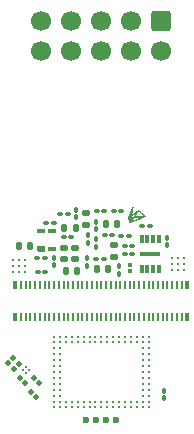
<source format=gbs>
%TF.GenerationSoftware,KiCad,Pcbnew,(6.0.0)*%
%TF.CreationDate,2022-12-06T17:03:37-05:00*%
%TF.ProjectId,headstage-64s,68656164-7374-4616-9765-2d3634732e6b,B*%
%TF.SameCoordinates,Original*%
%TF.FileFunction,Soldermask,Bot*%
%TF.FilePolarity,Negative*%
%FSLAX46Y46*%
G04 Gerber Fmt 4.6, Leading zero omitted, Abs format (unit mm)*
G04 Created by KiCad (PCBNEW (6.0.0)) date 2022-12-06 17:03:37*
%MOMM*%
%LPD*%
G01*
G04 APERTURE LIST*
G04 Aperture macros list*
%AMRoundRect*
0 Rectangle with rounded corners*
0 $1 Rounding radius*
0 $2 $3 $4 $5 $6 $7 $8 $9 X,Y pos of 4 corners*
0 Add a 4 corners polygon primitive as box body*
4,1,4,$2,$3,$4,$5,$6,$7,$8,$9,$2,$3,0*
0 Add four circle primitives for the rounded corners*
1,1,$1+$1,$2,$3*
1,1,$1+$1,$4,$5*
1,1,$1+$1,$6,$7*
1,1,$1+$1,$8,$9*
0 Add four rect primitives between the rounded corners*
20,1,$1+$1,$2,$3,$4,$5,0*
20,1,$1+$1,$4,$5,$6,$7,0*
20,1,$1+$1,$6,$7,$8,$9,0*
20,1,$1+$1,$8,$9,$2,$3,0*%
%AMFreePoly0*
4,1,6,0.350000,-0.250000,-0.225000,-0.250000,-0.350000,-0.125000,-0.350000,0.250000,0.350000,0.250000,0.350000,-0.250000,0.350000,-0.250000,$1*%
G04 Aperture macros list end*
%ADD10RoundRect,0.100000X-0.130000X-0.100000X0.130000X-0.100000X0.130000X0.100000X-0.130000X0.100000X0*%
%ADD11RoundRect,0.250000X-0.600000X0.600000X-0.600000X-0.600000X0.600000X-0.600000X0.600000X0.600000X0*%
%ADD12C,1.700000*%
%ADD13C,0.600000*%
%ADD14RoundRect,0.100000X-0.100000X0.130000X-0.100000X-0.130000X0.100000X-0.130000X0.100000X0.130000X0*%
%ADD15RoundRect,0.100000X-0.021213X-0.162635X0.162635X0.021213X0.021213X0.162635X-0.162635X-0.021213X0*%
%ADD16R,0.400000X0.460000*%
%ADD17RoundRect,0.100000X0.021213X0.162635X-0.162635X-0.021213X-0.021213X-0.162635X0.162635X0.021213X0*%
%ADD18RoundRect,0.140000X0.170000X-0.140000X0.170000X0.140000X-0.170000X0.140000X-0.170000X-0.140000X0*%
%ADD19RoundRect,0.140000X0.140000X0.170000X-0.140000X0.170000X-0.140000X-0.170000X0.140000X-0.170000X0*%
%ADD20C,0.250000*%
%ADD21R,0.300000X0.650000*%
%ADD22R,1.700000X0.300000*%
%ADD23RoundRect,0.100000X0.130000X0.100000X-0.130000X0.100000X-0.130000X-0.100000X0.130000X-0.100000X0*%
%ADD24RoundRect,0.140000X-0.140000X-0.170000X0.140000X-0.170000X0.140000X0.170000X-0.140000X0.170000X0*%
%ADD25RoundRect,0.140000X-0.170000X0.140000X-0.170000X-0.140000X0.170000X-0.140000X0.170000X0.140000X0*%
%ADD26RoundRect,0.100000X0.100000X-0.130000X0.100000X0.130000X-0.100000X0.130000X-0.100000X-0.130000X0*%
%ADD27C,0.260000*%
%ADD28RoundRect,0.100000X0.162635X-0.021213X-0.021213X0.162635X-0.162635X0.021213X0.021213X-0.162635X0*%
%ADD29RoundRect,0.100000X-0.162635X0.021213X0.021213X-0.162635X0.162635X-0.021213X-0.021213X0.162635X0*%
%ADD30C,0.200000*%
%ADD31R,0.230000X0.660000*%
%ADD32R,0.350000X0.660000*%
%ADD33FreePoly0,0.000000*%
%ADD34R,0.700000X0.400000*%
G04 APERTURE END LIST*
%TO.C,G\u002A\u002A\u002A*%
G36*
X127233043Y-54789596D02*
G01*
X127239901Y-54797935D01*
X127244766Y-54804834D01*
X127247931Y-54810603D01*
X127249690Y-54815548D01*
X127250335Y-54819980D01*
X127250162Y-54824206D01*
X127249465Y-54828535D01*
X127248536Y-54833274D01*
X127246710Y-54839799D01*
X127238000Y-54855061D01*
X127224724Y-54868075D01*
X127208800Y-54876741D01*
X127207290Y-54877313D01*
X127199150Y-54880594D01*
X127184861Y-54886467D01*
X127164841Y-54894757D01*
X127139504Y-54905288D01*
X127127475Y-54910300D01*
X127109267Y-54917887D01*
X127074545Y-54932378D01*
X127035755Y-54948588D01*
X126993313Y-54966340D01*
X126947634Y-54985461D01*
X126899134Y-55005776D01*
X126848229Y-55027110D01*
X126795336Y-55049288D01*
X126740869Y-55072136D01*
X126685246Y-55095480D01*
X126628881Y-55119143D01*
X126572191Y-55142952D01*
X126515592Y-55166732D01*
X126459499Y-55190308D01*
X126404329Y-55213506D01*
X126350498Y-55236151D01*
X126298421Y-55258067D01*
X126248514Y-55279081D01*
X126201193Y-55299018D01*
X126156875Y-55317703D01*
X126115974Y-55334961D01*
X126078908Y-55350618D01*
X126046091Y-55364498D01*
X126017941Y-55376428D01*
X125994872Y-55386233D01*
X125977300Y-55393737D01*
X125965643Y-55398766D01*
X125960315Y-55401146D01*
X125956526Y-55402876D01*
X125937342Y-55407973D01*
X125918505Y-55407616D01*
X125901496Y-55402227D01*
X125887796Y-55392225D01*
X125878886Y-55378031D01*
X125878101Y-55375682D01*
X125875231Y-55366503D01*
X125870606Y-55351384D01*
X125864428Y-55331001D01*
X125856902Y-55306031D01*
X125848231Y-55277151D01*
X125838621Y-55245039D01*
X125831549Y-55221346D01*
X126094429Y-55221346D01*
X126095597Y-55221009D01*
X126102649Y-55218307D01*
X126115617Y-55213102D01*
X126133975Y-55205616D01*
X126157197Y-55196068D01*
X126184756Y-55184680D01*
X126216126Y-55171673D01*
X126250780Y-55157266D01*
X126288190Y-55141682D01*
X126327832Y-55125141D01*
X126369178Y-55107864D01*
X126411701Y-55090071D01*
X126454875Y-55071984D01*
X126498174Y-55053823D01*
X126541070Y-55035808D01*
X126583037Y-55018162D01*
X126623549Y-55001104D01*
X126662079Y-54984855D01*
X126698100Y-54969637D01*
X126731086Y-54955669D01*
X126760510Y-54943173D01*
X126785846Y-54932370D01*
X126806567Y-54923480D01*
X126822146Y-54916725D01*
X126832057Y-54912324D01*
X126835773Y-54910499D01*
X126835939Y-54910300D01*
X126834230Y-54909117D01*
X126827471Y-54909775D01*
X126823738Y-54910244D01*
X126812974Y-54911345D01*
X126796012Y-54912966D01*
X126773461Y-54915052D01*
X126745930Y-54917548D01*
X126714028Y-54920399D01*
X126678363Y-54923551D01*
X126639545Y-54926949D01*
X126598182Y-54930537D01*
X126554884Y-54934263D01*
X126519749Y-54937294D01*
X126478148Y-54940940D01*
X126439049Y-54944428D01*
X126403052Y-54947701D01*
X126370756Y-54950702D01*
X126342758Y-54953376D01*
X126319659Y-54955666D01*
X126302055Y-54957515D01*
X126290547Y-54958867D01*
X126285732Y-54959665D01*
X126283962Y-54961150D01*
X126277936Y-54968011D01*
X126274501Y-54972287D01*
X126268441Y-54979829D01*
X126255954Y-54995976D01*
X126240952Y-55015826D01*
X126223912Y-55038750D01*
X126205311Y-55064122D01*
X126185626Y-55091315D01*
X126172959Y-55108953D01*
X126154442Y-55134852D01*
X126137644Y-55158489D01*
X126122993Y-55179252D01*
X126110917Y-55196530D01*
X126101846Y-55209713D01*
X126096207Y-55218188D01*
X126094429Y-55221346D01*
X125831549Y-55221346D01*
X125828273Y-55210372D01*
X125817393Y-55173826D01*
X125811024Y-55152432D01*
X125800378Y-55116804D01*
X125790351Y-55083405D01*
X125781150Y-55052920D01*
X125772985Y-55026031D01*
X125766062Y-55003424D01*
X125764314Y-54997789D01*
X125881691Y-54997789D01*
X125882014Y-54999627D01*
X125884061Y-55007681D01*
X125887678Y-55020705D01*
X125892500Y-55037394D01*
X125898160Y-55056440D01*
X125901480Y-55067404D01*
X125906869Y-55084883D01*
X125911359Y-55099048D01*
X125914555Y-55108665D01*
X125916064Y-55112500D01*
X125916386Y-55112767D01*
X125917031Y-55112550D01*
X125917470Y-55111477D01*
X126032136Y-55111477D01*
X126033225Y-55110551D01*
X126038031Y-55104716D01*
X126046089Y-55094234D01*
X126056795Y-55079908D01*
X126069544Y-55062541D01*
X126083730Y-55042938D01*
X126092832Y-55030244D01*
X126105988Y-55011771D01*
X126117176Y-54995909D01*
X126125814Y-54983488D01*
X126131324Y-54975337D01*
X126133125Y-54972287D01*
X126131326Y-54972021D01*
X126123696Y-54972299D01*
X126111894Y-54973269D01*
X126097822Y-54974714D01*
X126083383Y-54976420D01*
X126070477Y-54978169D01*
X126061006Y-54979748D01*
X126056871Y-54980938D01*
X126055747Y-54984166D01*
X126054241Y-54990325D01*
X126053436Y-54993616D01*
X126050307Y-55008023D01*
X126046623Y-55026171D01*
X126042644Y-55046848D01*
X126039355Y-55064744D01*
X126036139Y-55083080D01*
X126033736Y-55097766D01*
X126032338Y-55107625D01*
X126032136Y-55111477D01*
X125917470Y-55111477D01*
X125917839Y-55110577D01*
X125919006Y-55105942D01*
X125920728Y-55097739D01*
X125923202Y-55085061D01*
X125926624Y-55067001D01*
X125931190Y-55042654D01*
X125932412Y-55036035D01*
X125935476Y-55018511D01*
X125937732Y-55004161D01*
X125938982Y-54994320D01*
X125939024Y-54990325D01*
X125936630Y-54989585D01*
X125928677Y-54989457D01*
X125917411Y-54990296D01*
X125904955Y-54991825D01*
X125893434Y-54993768D01*
X125884971Y-54995848D01*
X125881691Y-54997789D01*
X125764314Y-54997789D01*
X125760590Y-54985782D01*
X125756777Y-54973790D01*
X125754832Y-54968131D01*
X125751265Y-54956416D01*
X125751020Y-54936852D01*
X125757683Y-54915874D01*
X125757779Y-54915664D01*
X125760326Y-54909691D01*
X125765448Y-54897400D01*
X125772972Y-54879215D01*
X125778977Y-54864650D01*
X126076463Y-54864650D01*
X126089737Y-54864167D01*
X126093570Y-54863952D01*
X126105152Y-54863061D01*
X126121511Y-54861639D01*
X126141049Y-54859826D01*
X126162168Y-54857764D01*
X126221324Y-54851844D01*
X126232101Y-54836841D01*
X126369483Y-54836841D01*
X126370060Y-54837566D01*
X126372064Y-54838035D01*
X126376028Y-54838210D01*
X126382484Y-54838056D01*
X126391966Y-54837535D01*
X126405007Y-54836612D01*
X126422138Y-54835250D01*
X126443894Y-54833413D01*
X126470806Y-54831064D01*
X126503409Y-54828167D01*
X126542234Y-54824685D01*
X126587814Y-54820583D01*
X126621077Y-54817588D01*
X126672864Y-54812927D01*
X126718367Y-54808835D01*
X126758220Y-54805255D01*
X126793060Y-54802132D01*
X126823519Y-54799408D01*
X126850234Y-54797027D01*
X126873840Y-54794934D01*
X126894970Y-54793071D01*
X126914260Y-54791382D01*
X126932346Y-54789810D01*
X126949860Y-54788300D01*
X126967439Y-54786795D01*
X126985718Y-54785239D01*
X126991193Y-54784768D01*
X127013006Y-54782769D01*
X127031858Y-54780852D01*
X127046665Y-54779138D01*
X127056343Y-54777750D01*
X127059810Y-54776813D01*
X127058752Y-54775523D01*
X127052984Y-54769755D01*
X127042658Y-54759843D01*
X127028295Y-54746268D01*
X127010418Y-54729508D01*
X126989547Y-54710044D01*
X126966205Y-54688356D01*
X126940914Y-54664925D01*
X126914195Y-54640230D01*
X126886570Y-54614752D01*
X126858560Y-54588970D01*
X126830689Y-54563365D01*
X126803476Y-54538417D01*
X126777445Y-54514606D01*
X126753117Y-54492413D01*
X126731014Y-54472316D01*
X126711657Y-54454797D01*
X126695569Y-54440335D01*
X126683270Y-54429410D01*
X126675284Y-54422504D01*
X126672131Y-54420095D01*
X126670156Y-54422349D01*
X126664258Y-54429988D01*
X126654876Y-54442474D01*
X126642429Y-54459228D01*
X126627340Y-54479671D01*
X126610029Y-54503225D01*
X126590916Y-54529310D01*
X126570424Y-54557348D01*
X126555133Y-54578313D01*
X126548972Y-54586760D01*
X126526981Y-54616967D01*
X126504873Y-54647391D01*
X126483069Y-54677452D01*
X126461989Y-54706573D01*
X126442054Y-54734173D01*
X126423685Y-54759675D01*
X126407304Y-54782500D01*
X126393330Y-54802068D01*
X126382186Y-54817802D01*
X126374291Y-54829122D01*
X126370066Y-54835449D01*
X126369800Y-54835895D01*
X126369483Y-54836841D01*
X126232101Y-54836841D01*
X126308054Y-54731100D01*
X126313550Y-54723449D01*
X126332776Y-54696685D01*
X126350996Y-54671325D01*
X126367665Y-54648125D01*
X126382240Y-54627843D01*
X126394178Y-54611233D01*
X126402934Y-54599054D01*
X126407965Y-54592063D01*
X126413790Y-54583524D01*
X126416654Y-54578313D01*
X126415752Y-54577823D01*
X126414985Y-54578384D01*
X126409028Y-54582669D01*
X126397898Y-54590639D01*
X126382173Y-54601879D01*
X126362431Y-54615979D01*
X126339250Y-54632524D01*
X126313208Y-54651102D01*
X126284884Y-54671301D01*
X126254855Y-54692707D01*
X126244109Y-54700369D01*
X126214558Y-54721474D01*
X126186889Y-54741285D01*
X126161687Y-54759380D01*
X126139533Y-54775338D01*
X126121012Y-54788739D01*
X126106706Y-54799163D01*
X126097199Y-54806189D01*
X126093073Y-54809396D01*
X126089323Y-54815470D01*
X126085148Y-54826527D01*
X126081628Y-54839952D01*
X126076463Y-54864650D01*
X125778977Y-54864650D01*
X125782726Y-54855555D01*
X125794536Y-54826842D01*
X125808230Y-54793499D01*
X125813291Y-54781162D01*
X125933483Y-54781162D01*
X125933633Y-54783844D01*
X125938210Y-54782355D01*
X125947593Y-54776454D01*
X125962144Y-54765951D01*
X125985927Y-54748214D01*
X126001336Y-54666643D01*
X126003702Y-54654033D01*
X126007784Y-54631810D01*
X126011190Y-54612657D01*
X126013743Y-54597602D01*
X126015265Y-54587676D01*
X126015580Y-54583907D01*
X126015554Y-54583892D01*
X126014672Y-54585157D01*
X126012632Y-54589395D01*
X126009257Y-54597031D01*
X126004373Y-54608487D01*
X125997802Y-54624187D01*
X125989368Y-54644554D01*
X125978896Y-54670012D01*
X125966208Y-54700983D01*
X125951129Y-54737892D01*
X125933483Y-54781162D01*
X125813291Y-54781162D01*
X125823635Y-54755946D01*
X125840578Y-54714605D01*
X125858885Y-54669897D01*
X125878385Y-54622245D01*
X125898903Y-54572068D01*
X125920268Y-54519790D01*
X125942306Y-54465831D01*
X125944544Y-54460350D01*
X125966492Y-54406623D01*
X125987735Y-54354669D01*
X126008100Y-54304905D01*
X126027417Y-54257748D01*
X126045514Y-54213615D01*
X126062220Y-54172923D01*
X126077363Y-54136089D01*
X126090772Y-54103530D01*
X126102276Y-54075662D01*
X126111703Y-54052903D01*
X126118881Y-54035669D01*
X126123641Y-54024378D01*
X126125809Y-54019447D01*
X126127094Y-54017096D01*
X126138415Y-54004274D01*
X126153656Y-53995700D01*
X126170858Y-53991859D01*
X126188064Y-53993233D01*
X126203314Y-54000306D01*
X126207423Y-54003646D01*
X126218554Y-54016116D01*
X126226292Y-54030013D01*
X126229132Y-54042856D01*
X126228928Y-54044835D01*
X126227556Y-54053749D01*
X126224975Y-54068998D01*
X126221288Y-54090027D01*
X126216594Y-54116281D01*
X126210996Y-54147204D01*
X126204592Y-54182240D01*
X126197486Y-54220834D01*
X126189776Y-54262430D01*
X126181565Y-54306472D01*
X126172952Y-54352405D01*
X126167969Y-54378939D01*
X126159636Y-54423445D01*
X126151786Y-54465548D01*
X126144516Y-54504714D01*
X126137924Y-54540413D01*
X126132106Y-54572112D01*
X126129959Y-54583907D01*
X126127161Y-54599280D01*
X126123186Y-54621385D01*
X126120278Y-54637895D01*
X126118535Y-54648278D01*
X126118054Y-54652003D01*
X126119819Y-54650990D01*
X126127058Y-54646123D01*
X126139481Y-54637519D01*
X126156657Y-54625483D01*
X126178153Y-54610323D01*
X126203537Y-54592343D01*
X126232376Y-54571852D01*
X126264239Y-54549154D01*
X126298694Y-54524556D01*
X126335306Y-54498366D01*
X126373646Y-54470888D01*
X126400726Y-54451474D01*
X126438362Y-54424533D01*
X126474168Y-54398948D01*
X126507689Y-54375043D01*
X126538467Y-54353142D01*
X126566046Y-54333570D01*
X126589968Y-54316650D01*
X126609777Y-54302707D01*
X126625016Y-54292065D01*
X126635228Y-54285047D01*
X126639956Y-54281977D01*
X126647434Y-54278693D01*
X126665611Y-54276019D01*
X126683523Y-54280307D01*
X126685849Y-54282002D01*
X126693445Y-54288407D01*
X126705767Y-54299210D01*
X126722444Y-54314075D01*
X126743104Y-54332665D01*
X126767376Y-54354640D01*
X126794888Y-54379665D01*
X126825268Y-54407401D01*
X126858145Y-54437511D01*
X126893147Y-54469657D01*
X126929902Y-54503503D01*
X126968039Y-54538709D01*
X126990198Y-54559189D01*
X127033145Y-54598885D01*
X127071163Y-54634058D01*
X127104543Y-54665015D01*
X127133580Y-54692065D01*
X127158568Y-54715517D01*
X127179800Y-54735679D01*
X127197569Y-54752860D01*
X127212171Y-54767367D01*
X127221293Y-54776813D01*
X127223897Y-54779510D01*
X127233043Y-54789596D01*
G37*
%TD*%
D10*
%TO.C,R14*%
X126950000Y-55650000D03*
X127590000Y-55650000D03*
%TD*%
D11*
%TO.C,J3*%
X128580000Y-38247500D03*
D12*
X128580000Y-40787500D03*
X126040000Y-38247500D03*
X126040000Y-40787500D03*
X123500000Y-38247500D03*
X123500000Y-40787500D03*
X120960000Y-38247500D03*
X120960000Y-40787500D03*
X118420000Y-38247500D03*
X118420000Y-40787500D03*
%TD*%
D13*
%TO.C,TP3*%
X123908332Y-72075000D03*
%TD*%
D14*
%TO.C,R13*%
X128800000Y-69580000D03*
X128800000Y-70220000D03*
%TD*%
D15*
%TO.C,L6*%
X115573726Y-67276274D03*
X116026274Y-66823726D03*
%TD*%
D16*
%TO.C,JP1*%
X125900000Y-59490000D03*
X125900000Y-58910000D03*
%TD*%
D14*
%TO.C,C43*%
X123030000Y-56770000D03*
X123030000Y-57410000D03*
%TD*%
D17*
%TO.C,C28*%
X116526274Y-67323726D03*
X116073726Y-67776274D03*
%TD*%
D18*
%TO.C,C52*%
X122225000Y-55530000D03*
X122225000Y-54570000D03*
%TD*%
D19*
%TO.C,C54*%
X121480000Y-59410000D03*
X120520000Y-59410000D03*
%TD*%
D20*
%TO.C,U2*%
X116000000Y-58500000D03*
X116000000Y-59000000D03*
X116000000Y-59500000D03*
X116500000Y-58500000D03*
X116500000Y-59000000D03*
X116500000Y-59500000D03*
X117000000Y-58500000D03*
X117000000Y-59000000D03*
X117000000Y-59500000D03*
%TD*%
D21*
%TO.C,U11*%
X128400000Y-59250000D03*
X127900000Y-59250000D03*
X127400000Y-59250000D03*
X126900000Y-59250000D03*
X126900000Y-56750000D03*
X127400000Y-56750000D03*
X127900000Y-56750000D03*
X128400000Y-56750000D03*
D22*
X127650000Y-58000000D03*
%TD*%
D23*
%TO.C,R2*%
X123745000Y-54350000D03*
X123105000Y-54350000D03*
%TD*%
D24*
%TO.C,C55*%
X123900000Y-55500000D03*
X124860000Y-55500000D03*
%TD*%
D14*
%TO.C,L10*%
X119500000Y-58330000D03*
X119500000Y-58970000D03*
%TD*%
D23*
%TO.C,L13*%
X118745000Y-59500000D03*
X118105000Y-59500000D03*
%TD*%
D10*
%TO.C,R22*%
X125480000Y-58000000D03*
X126120000Y-58000000D03*
%TD*%
%TO.C,C45*%
X123080000Y-58400000D03*
X123720000Y-58400000D03*
%TD*%
D23*
%TO.C,L16*%
X119470000Y-55350000D03*
X118830000Y-55350000D03*
%TD*%
D24*
%TO.C,C23*%
X116520000Y-57350000D03*
X117480000Y-57350000D03*
%TD*%
D25*
%TO.C,C57*%
X120300000Y-57470000D03*
X120300000Y-58430000D03*
%TD*%
D13*
%TO.C,TP5*%
X124775000Y-72075000D03*
%TD*%
D23*
%TO.C,C49*%
X120945000Y-56600000D03*
X120305000Y-56600000D03*
%TD*%
D10*
%TO.C,C47*%
X123780000Y-56400000D03*
X124420000Y-56400000D03*
%TD*%
D25*
%TO.C,C51*%
X121250000Y-57470000D03*
X121250000Y-58430000D03*
%TD*%
D19*
%TO.C,C56*%
X121330000Y-55800000D03*
X120370000Y-55800000D03*
%TD*%
D26*
%TO.C,C44*%
X123050000Y-55920000D03*
X123050000Y-55280000D03*
%TD*%
D14*
%TO.C,C48*%
X122330000Y-56430000D03*
X122330000Y-57070000D03*
%TD*%
D27*
%TO.C,U1*%
X127500000Y-65000000D03*
X127000000Y-65000000D03*
X126500000Y-65000000D03*
X126000000Y-65000000D03*
X125500000Y-65000000D03*
X125000000Y-65000000D03*
X124500000Y-65000000D03*
X124000000Y-65000000D03*
X123500000Y-65000000D03*
X123000000Y-65000000D03*
X122500000Y-65000000D03*
X122000000Y-65000000D03*
X121500000Y-65000000D03*
X121000000Y-65000000D03*
X120500000Y-65000000D03*
X120000000Y-65000000D03*
X119500000Y-65000000D03*
X127500000Y-65500000D03*
X127000000Y-65500000D03*
X126500000Y-65500000D03*
X126000000Y-65500000D03*
X125500000Y-65500000D03*
X125000000Y-65500000D03*
X124500000Y-65500000D03*
X124000000Y-65500000D03*
X123500000Y-65500000D03*
X123000000Y-65500000D03*
X122500000Y-65500000D03*
X122000000Y-65500000D03*
X121500000Y-65500000D03*
X121000000Y-65500000D03*
X120500000Y-65500000D03*
X120000000Y-65500000D03*
X119500000Y-65500000D03*
X127500000Y-66000000D03*
X127000000Y-66000000D03*
X120000000Y-66000000D03*
X119500000Y-66000000D03*
X127500000Y-66500000D03*
X127000000Y-66500000D03*
X120000000Y-66500000D03*
X119500000Y-66500000D03*
X127500000Y-67000000D03*
X127000000Y-67000000D03*
X120000000Y-67000000D03*
X119500000Y-67000000D03*
X127500000Y-67500000D03*
X127000000Y-67500000D03*
X120000000Y-67500000D03*
X119500000Y-67500000D03*
X127500000Y-68000000D03*
X127000000Y-68000000D03*
X120000000Y-68000000D03*
X119500000Y-68000000D03*
X127500000Y-68500000D03*
X127000000Y-68500000D03*
X120000000Y-68500000D03*
X119500000Y-68500000D03*
X127500000Y-69000000D03*
X127000000Y-69000000D03*
X120000000Y-69000000D03*
X119500000Y-69000000D03*
X127500000Y-69500000D03*
X127000000Y-69500000D03*
X120000000Y-69500000D03*
X119500000Y-69500000D03*
X127500000Y-70000000D03*
X127000000Y-70000000D03*
X120000000Y-70000000D03*
X119500000Y-70000000D03*
X127500000Y-70500000D03*
X127000000Y-70500000D03*
X126500000Y-70500000D03*
X126000000Y-70500000D03*
X125500000Y-70500000D03*
X125000000Y-70500000D03*
X124500000Y-70500000D03*
X124000000Y-70500000D03*
X123500000Y-70500000D03*
X123000000Y-70500000D03*
X122500000Y-70500000D03*
X122000000Y-70500000D03*
X121500000Y-70500000D03*
X121000000Y-70500000D03*
X120500000Y-70500000D03*
X120000000Y-70500000D03*
X119500000Y-70500000D03*
X127500000Y-71000000D03*
X127000000Y-71000000D03*
X126500000Y-71000000D03*
X126000000Y-71000000D03*
X125500000Y-71000000D03*
X125000000Y-71000000D03*
X124500000Y-71000000D03*
X124000000Y-71000000D03*
X123500000Y-71000000D03*
X123000000Y-71000000D03*
X122500000Y-71000000D03*
X122000000Y-71000000D03*
X121500000Y-71000000D03*
X121000000Y-71000000D03*
X120500000Y-71000000D03*
X120000000Y-71000000D03*
X119500000Y-71000000D03*
%TD*%
D23*
%TO.C,R1*%
X125195000Y-54350000D03*
X124555000Y-54350000D03*
%TD*%
D13*
%TO.C,TP1*%
X123041666Y-72075000D03*
%TD*%
D26*
%TO.C,L12*%
X125000000Y-59670000D03*
X125000000Y-59030000D03*
%TD*%
D14*
%TO.C,C42*%
X129100000Y-56630000D03*
X129100000Y-57270000D03*
%TD*%
D23*
%TO.C,C58*%
X118695000Y-58350000D03*
X118055000Y-58350000D03*
%TD*%
D26*
%TO.C,L11*%
X121375000Y-54895000D03*
X121375000Y-54255000D03*
%TD*%
D28*
%TO.C,C30*%
X117026274Y-68926274D03*
X116573726Y-68473726D03*
%TD*%
D23*
%TO.C,L15*%
X120650000Y-54610000D03*
X120010000Y-54610000D03*
%TD*%
D29*
%TO.C,C19*%
X117773726Y-68498726D03*
X118226274Y-68951274D03*
%TD*%
D20*
%TO.C,U6*%
X129500000Y-59350000D03*
X130000000Y-59350000D03*
X130500000Y-59350000D03*
X129500000Y-58850000D03*
X130000000Y-58850000D03*
X130500000Y-58850000D03*
X129500000Y-58350000D03*
X130000000Y-58350000D03*
X130500000Y-58350000D03*
%TD*%
D24*
%TO.C,C53*%
X123120000Y-59250000D03*
X124080000Y-59250000D03*
%TD*%
D25*
%TO.C,C50*%
X124590000Y-57280000D03*
X124590000Y-58240000D03*
%TD*%
D30*
%TO.C,U13*%
X116852513Y-67850000D03*
X117100000Y-68097487D03*
X117100000Y-67602513D03*
X117347487Y-67850000D03*
%TD*%
D31*
%TO.C,J2*%
X130300000Y-63355000D03*
X130300000Y-60645000D03*
X129900000Y-63355000D03*
X129900000Y-60645000D03*
X129500000Y-63355000D03*
X129500000Y-60645000D03*
X129100000Y-63355000D03*
X129100000Y-60645000D03*
X128700000Y-63355000D03*
X128700000Y-60645000D03*
X128300000Y-63355000D03*
X128300000Y-60645000D03*
X127900000Y-63355000D03*
X127900000Y-60645000D03*
X127500000Y-63355000D03*
X127500000Y-60645000D03*
X127100000Y-63355000D03*
X127100000Y-60645000D03*
X126700000Y-63355000D03*
X126700000Y-60645000D03*
X126300000Y-63355000D03*
X126300000Y-60645000D03*
X125900000Y-63355000D03*
X125900000Y-60645000D03*
X125500000Y-63355000D03*
X125500000Y-60645000D03*
X125100000Y-63355000D03*
X125100000Y-60645000D03*
X124700000Y-63355000D03*
X124700000Y-60645000D03*
X124300000Y-63355000D03*
X124300000Y-60645000D03*
X123900000Y-63355000D03*
X123900000Y-60645000D03*
X123500000Y-63355000D03*
X123500000Y-60645000D03*
X123100000Y-63355000D03*
X123100000Y-60645000D03*
X122700000Y-63355000D03*
X122700000Y-60645000D03*
X122300000Y-63355000D03*
X122300000Y-60645000D03*
X121900000Y-63355000D03*
X121900000Y-60645000D03*
X121500000Y-63355000D03*
X121500000Y-60645000D03*
X121100000Y-63355000D03*
X121100000Y-60645000D03*
X120700000Y-63355000D03*
X120700000Y-60645000D03*
X120300000Y-63355000D03*
X120300000Y-60645000D03*
X119900000Y-63355000D03*
X119900000Y-60645000D03*
X119500000Y-63355000D03*
X119500000Y-60645000D03*
X119100000Y-63355000D03*
X119100000Y-60645000D03*
X118700000Y-63355000D03*
X118700000Y-60645000D03*
X118300000Y-63355000D03*
X118300000Y-60645000D03*
X117900000Y-63355000D03*
X117900000Y-60645000D03*
X117500000Y-63355000D03*
X117500000Y-60645000D03*
X117100000Y-63355000D03*
X117100000Y-60645000D03*
X116700000Y-63355000D03*
X116700000Y-60645000D03*
D32*
X130775000Y-63355000D03*
X130775000Y-60645000D03*
X116225000Y-63355000D03*
X116225000Y-60645000D03*
%TD*%
D28*
%TO.C,C22*%
X118001274Y-70126274D03*
X117548726Y-69673726D03*
%TD*%
D33*
%TO.C,U12*%
X118350000Y-57575000D03*
D34*
X118350000Y-56075000D03*
X119300000Y-56075000D03*
X119300000Y-57625000D03*
%TD*%
D13*
%TO.C,TP10*%
X122175000Y-72075000D03*
%TD*%
D10*
%TO.C,L14*%
X125180000Y-56500000D03*
X125820000Y-56500000D03*
%TD*%
%TO.C,R21*%
X125480000Y-57300000D03*
X126120000Y-57300000D03*
%TD*%
D14*
%TO.C,C46*%
X122300000Y-58370000D03*
X122300000Y-59010000D03*
%TD*%
M02*

</source>
